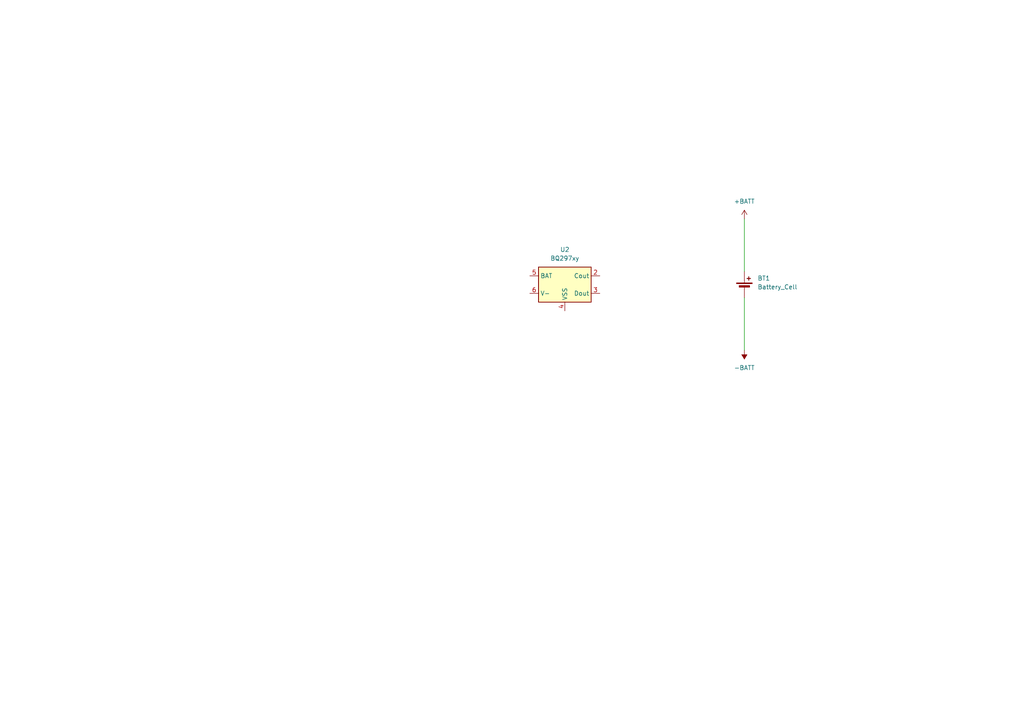
<source format=kicad_sch>
(kicad_sch (version 20230121) (generator eeschema)
  (paper "A4")
  (lib_symbols
    (symbol "Battery_Management:BQ297xy"
      (property "Reference" "U" (at -6.35 6.35 0))
      (property "Value" "BQ297xy" (at 5.08 -6.35 0))
      (symbol "BQ297xy_0_1"
        (rectangle (start -7.62 5.08) (end 7.62 -5.08) (stroke (width 0.254)) (fill (type background)))
      )
      (symbol "BQ297xy_1_1"
        (pin no_connect line (at 7.62 0 180) (length 2.54) hide (name "NC") (number "1"))
        (pin output line (at 10.16 2.54 180) (length 2.54) (name "Cout") (number "2"))
        (pin output line (at 10.16 -2.54 180) (length 2.54) (name "Dout") (number "3"))
        (pin power_in line (at 0 -7.62 90) (length 2.54) (name "VSS") (number "4"))
        (pin input line (at -10.16 2.54 0) (length 2.54) (name "BAT") (number "5"))
        (pin input line (at -10.16 -2.54 0) (length 2.54) (name "V-") (number "6"))
      )
    )
    (symbol "Device:Battery_Cell" (pin_numbers hide) (pin_names (offset 0) hide)
      (property "Reference" "BT" (at 2.54 2.54 0))
      (property "Value" "Battery_Cell" (at 2.54 0 0))
      (symbol "Battery_Cell_0_1"
        (rectangle (start -2.286 1.778) (end 2.286 1.524) (fill (type outline)))
        (rectangle (start -1.524 1.016) (end 1.524 0.508) (fill (type outline)))
        (polyline (pts (xy 0 0.762) (xy 0 0)))
        (polyline (pts (xy 0 1.778) (xy 0 2.54)))
        (polyline (pts (xy 0.762 3.048) (xy 1.778 3.048)) (stroke (width 0.254)))
        (polyline (pts (xy 1.27 3.556) (xy 1.27 2.54)) (stroke (width 0.254)))
      )
      (symbol "Battery_Cell_1_1"
        (pin passive line (at 0 5.08 270) (length 2.54) (name "+") (number "1"))
        (pin passive line (at 0 -2.54 90) (length 2.54) (name "-") (number "2"))
      )
    )
    (symbol "power:+BATT" (power) (pin_names (offset 0))
      (property "Value" "+BATT" (at 0 3.556 0))
      (symbol "+BATT_0_1"
        (polyline (pts (xy -0.762 1.27) (xy 0 2.54)))
        (polyline (pts (xy 0 0) (xy 0 2.54)))
        (polyline (pts (xy 0 2.54) (xy 0.762 1.27)))
      )
      (symbol "+BATT_1_1"
        (pin power_in line (at 0 0 90) (length 0) hide (name "+BATT") (number "1"))
      )
    )
    (symbol "power:-BATT" (power) (pin_names (offset 0))
      (property "Value" "-BATT" (at 0 3.556 0))
      (symbol "-BATT_0_1"
        (polyline (pts (xy 0 0) (xy 0 2.54)))
        (polyline (pts (xy 0.762 1.27) (xy -0.762 1.27) (xy 0 2.54) (xy 0.762 1.27)) (fill (type outline)))
      )
      (symbol "-BATT_1_1"
        (pin power_in line (at 0 0 90) (length 0) hide (name "-BATT") (number "1"))
      )
    )
  )
  (wire (pts (xy 215.9 63.5) (xy 215.9 78.74)))
  (wire (pts (xy 215.9 86.36) (xy 215.9 101.6)))
  (symbol (lib_id "Device:Battery_Cell") (at 215.9 83.82 0) (unit 1)
    (property "Reference" "BT1" (at 219.71 80.7085 0) (effects (justify left)))
    (property "Value" "Battery_Cell" (at 219.71 83.2485 0) (effects (justify left)))
  )
  (symbol (lib_id "Battery_Management:BQ297xy") (at 163.83 82.55 0) (unit 1)
    (property "Reference" "U2" (at 163.83 72.39 0))
    (property "Value" "BQ297xy" (at 163.83 74.93 0))
    (property "Footprint" "Package_SON:WSON-6_1.5x1.5mm_P0.5mm" (effects hide))
    (property "Datasheet" "http://www.ti.com/lit/ds/symlink/bq2970.pdf" (effects hide))
  )
  (symbol (lib_id "power:-BATT") (at 215.9 101.6 180) (unit 1)
    (property "Reference" "#PWR039" (effects hide))
    (property "Value" "-BATT" (at 215.9 106.68 0))
  )
  (symbol (lib_id "power:+BATT") (at 215.9 63.5 0) (unit 1)
    (property "Reference" "#PWR040" (effects hide))
    (property "Value" "+BATT" (at 215.9 58.42 0))
  )
)
</source>
